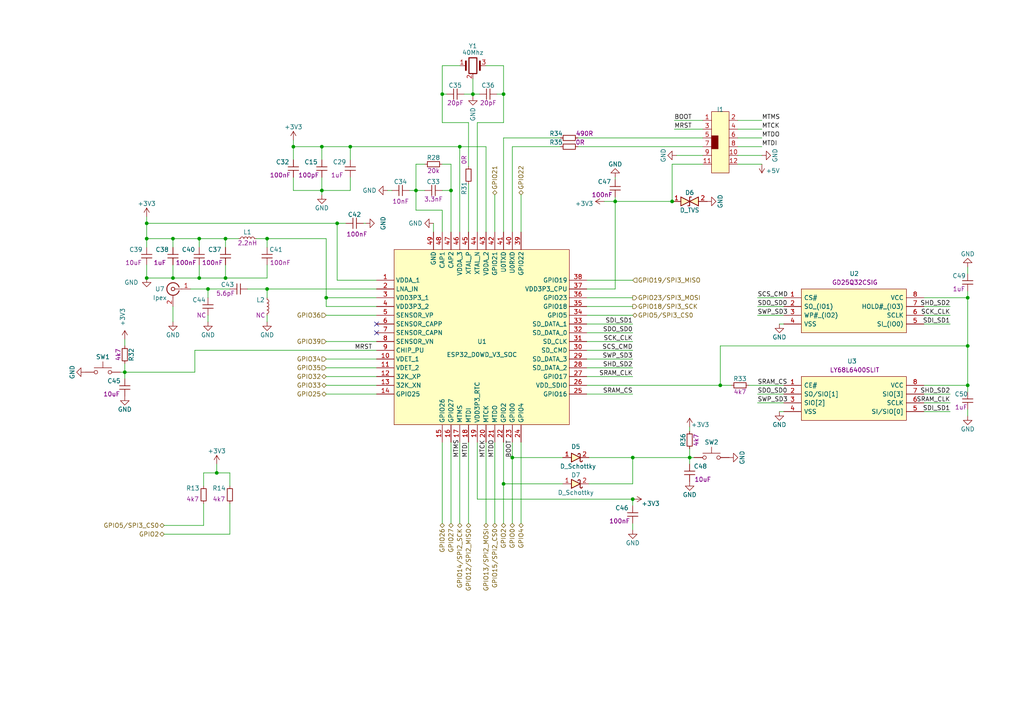
<source format=kicad_sch>
(kicad_sch (version 20230121) (generator eeschema)
  (paper "A4")
  (lib_symbols
    (symbol "DienLIB:C_0603" (pin_numbers hide) (pin_names (offset 0.254) hide)
      (property "Reference" "C" (at 0.254 1.778 0))
      (symbol "C_0603_1_1"
        (polyline (pts (xy -1.524 -0.508) (xy 1.524 -0.508)) (stroke (width 0.2)))
        (polyline (pts (xy -1.524 0.508) (xy 1.524 0.508)) (stroke (width 0.2)))
        (pin passive line (at 0 2.54 270) (length 2.032) (name "~") (number "1"))
        (pin passive line (at 0 -2.54 90) (length 2.032) (name "~") (number "2"))
      )
    )
    (symbol "DienLIB:Conn_IDC_2X6"
      (property "Reference" "I" (at 0 3.81 0))
      (symbol "Conn_IDC_2X6_1_1"
        (rectangle (start -2.54 5.715) (end -0.635 1.905) (fill (type outline)))
        (rectangle (start -2.54 12.7) (end 2.54 -5.08) (fill (type background)))
        (pin input line (at -5.08 10.16 0) (length 2.54) (name "") (number "1"))
        (pin input line (at 5.08 0 180) (length 2.54) (name "") (number "10"))
        (pin input line (at -5.08 -2.54 0) (length 2.54) (name "") (number "11"))
        (pin input line (at 5.08 -2.54 180) (length 2.54) (name "") (number "12"))
        (pin input line (at 5.08 10.16 180) (length 2.54) (name "") (number "2"))
        (pin input line (at -5.08 7.62 0) (length 2.54) (name "") (number "3"))
        (pin input line (at 5.08 7.62 180) (length 2.54) (name "") (number "4"))
        (pin input line (at -5.08 5.08 0) (length 2.54) (name "") (number "5"))
        (pin input line (at 5.08 5.08 180) (length 2.54) (name "") (number "6"))
        (pin input line (at -5.08 2.54 0) (length 2.54) (name "") (number "7"))
        (pin input line (at 5.08 2.54 180) (length 2.54) (name "") (number "8"))
        (pin input line (at -5.08 0 0) (length 2.54) (name "") (number "9"))
      )
    )
    (symbol "DienLIB:Conn_Ipex"
      (property "Reference" "U" (at 0 3.302 0))
      (property "Value" "Ipex" (at 2.54 -3.048 0))
      (symbol "Conn_Ipex_0_1"
        (arc (start -1.778 -0.508) (mid 0.222 -1.808) (end 1.778 0) (stroke (width 0.254)))
        (polyline (pts (xy -2.54 0) (xy -0.508 0)))
        (polyline (pts (xy 0 -2.54) (xy 0 -1.778)))
        (circle (center 0 0) (radius 0.508) (stroke (width 0.2032)))
        (arc (start 1.778 0) (mid 0.222 1.8083) (end -1.778 0.508) (stroke (width 0.254)))
      )
      (symbol "Conn_Ipex_1_1"
        (pin passive line (at -5.08 0 0) (length 2.54) (name "") (number "1"))
        (pin passive line (at 0 -5.08 90) (length 2.54) (name "") (number "2"))
        (pin input line (at 0 -5.08 90) (length 2.54) hide (name "") (number "3"))
      )
    )
    (symbol "DienLIB:Crystal_4pin" (pin_names (offset 1.016) hide)
      (property "Reference" "Y" (at 3.175 5.08 0))
      (property "Value" "Crystal_4pin" (at 3.175 3.175 0))
      (symbol "Crystal_4pin_0_1"
        (rectangle (start -1.143 2.286) (end 1.143 -2.286) (stroke (width 0.3048)))
        (polyline (pts (xy -2.54 0) (xy -2.032 0)))
        (polyline (pts (xy -2.032 -1.27) (xy -2.032 1.27)) (stroke (width 0.508)))
        (polyline (pts (xy 0 -2.54) (xy 0 -2.286)))
        (polyline (pts (xy 2.032 -1.27) (xy 2.032 1.27)) (stroke (width 0.508)))
        (polyline (pts (xy 2.032 0) (xy 2.54 0)))
      )
      (symbol "Crystal_4pin_1_1"
        (pin passive line (at -3.81 0 0) (length 1.27) (name "1") (number "1"))
        (pin passive line (at 0 -3.81 90) (length 1.27) (name "2") (number "2"))
        (pin passive line (at 3.81 0 180) (length 1.27) (name "3") (number "3"))
        (pin passive line (at 0 -3.81 90) (length 1.27) hide (name "4") (number "4"))
      )
    )
    (symbol "DienLIB:ESP32_D0WD_V3_SOC"
      (property "Reference" "U1" (at 13.3859 -26.67 0))
      (property "Value" "ESP32_D0WD_V3_SOC" (at 13.3859 -29.21 0))
      (symbol "ESP32_D0WD_V3_SOC_1_1"
        (rectangle (start -25.4 26.67) (end 25.4 -24.13) (fill (type background)))
        (pin passive line (at -30.48 17.78 0) (length 5.08) (name "VDDA_1") (number "1"))
        (pin passive line (at -30.48 -5.08 0) (length 5.08) (name "VDET_1") (number "10"))
        (pin passive line (at -30.48 -7.62 0) (length 5.08) (name "VDET_2") (number "11"))
        (pin passive line (at -30.48 -10.16 0) (length 5.08) (name "32K_XP") (number "12"))
        (pin passive line (at -30.48 -12.7 0) (length 5.08) (name "32K_XN") (number "13"))
        (pin passive line (at -30.48 -15.24 0) (length 5.08) (name "GPIO25") (number "14"))
        (pin passive line (at -11.43 -29.21 90) (length 5.08) (name "GPIO26") (number "15"))
        (pin passive line (at -8.89 -29.21 90) (length 5.08) (name "GPIO27") (number "16"))
        (pin passive line (at -6.35 -29.21 90) (length 5.08) (name "MTMS") (number "17"))
        (pin passive line (at -3.81 -29.21 90) (length 5.08) (name "MTDI") (number "18"))
        (pin passive line (at -1.27 -29.21 90) (length 5.08) (name "VDD3P3_RTC") (number "19"))
        (pin passive line (at -30.48 15.24 0) (length 5.08) (name "LNA_IN") (number "2"))
        (pin passive line (at 1.27 -29.21 90) (length 5.08) (name "MTCK") (number "20"))
        (pin passive line (at 3.81 -29.21 90) (length 5.08) (name "MTDO") (number "21"))
        (pin passive line (at 6.35 -29.21 90) (length 5.08) (name "GPIO2") (number "22"))
        (pin passive line (at 8.89 -29.21 90) (length 5.08) (name "GPIO0") (number "23"))
        (pin passive line (at 11.43 -29.21 90) (length 5.08) (name "GPIO4") (number "24"))
        (pin passive line (at 30.48 -15.24 180) (length 5.08) (name "GPIO16") (number "25"))
        (pin passive line (at 30.48 -12.7 180) (length 5.08) (name "VDD_SDIO") (number "26"))
        (pin passive line (at 30.48 -10.16 180) (length 5.08) (name "GPIO17") (number "27"))
        (pin passive line (at 30.48 -7.62 180) (length 5.08) (name "SD_DATA_2") (number "28"))
        (pin passive line (at 30.48 -5.08 180) (length 5.08) (name "SD_DATA_3") (number "29"))
        (pin passive line (at -30.48 12.7 0) (length 5.08) (name "VDD3P3_1") (number "3"))
        (pin passive line (at 30.48 -2.54 180) (length 5.08) (name "SD_CMD") (number "30"))
        (pin passive line (at 30.48 0 180) (length 5.08) (name "SD_CLK") (number "31"))
        (pin passive line (at 30.48 2.54 180) (length 5.08) (name "SD_DATA_0") (number "32"))
        (pin passive line (at 30.48 5.08 180) (length 5.08) (name "SD_DATA_1") (number "33"))
        (pin passive line (at 30.48 7.62 180) (length 5.08) (name "GPIO5") (number "34"))
        (pin passive line (at 30.48 10.16 180) (length 5.08) (name "GPIO18") (number "35"))
        (pin passive line (at 30.48 12.7 180) (length 5.08) (name "GPIO23") (number "36"))
        (pin passive line (at 30.48 15.24 180) (length 5.08) (name "VDD3P3_CPU") (number "37"))
        (pin passive line (at 30.48 17.78 180) (length 5.08) (name "GPIO19") (number "38"))
        (pin passive line (at 11.43 31.75 270) (length 5.08) (name "GPIO22") (number "39"))
        (pin passive line (at -30.48 10.16 0) (length 5.08) (name "VDD3P3_2") (number "4"))
        (pin passive line (at 8.89 31.75 270) (length 5.08) (name "U0RXD") (number "40"))
        (pin passive line (at 6.35 31.75 270) (length 5.08) (name "U0TXD") (number "41"))
        (pin passive line (at 3.81 31.75 270) (length 5.08) (name "GPIO21") (number "42"))
        (pin passive line (at 1.27 31.75 270) (length 5.08) (name "VDDA_2") (number "43"))
        (pin passive line (at -1.27 31.75 270) (length 5.08) (name "XTAL_N") (number "44"))
        (pin passive line (at -3.81 31.75 270) (length 5.08) (name "XTAL_P") (number "45"))
        (pin passive line (at -6.35 31.75 270) (length 5.08) (name "VDDA_3") (number "46"))
        (pin passive line (at -8.89 31.75 270) (length 5.08) (name "CAP2") (number "47"))
        (pin passive line (at -11.43 31.75 270) (length 5.08) (name "CAP1") (number "48"))
        (pin passive line (at -13.97 31.75 270) (length 5.08) (name "GND") (number "49"))
        (pin passive line (at -30.48 7.62 0) (length 5.08) (name "SENSOR_VP") (number "5"))
        (pin passive line (at -30.48 5.08 0) (length 5.08) (name "SENSOR_CAPP") (number "6"))
        (pin passive line (at -30.48 2.54 0) (length 5.08) (name "SENSOR_CAPN") (number "7"))
        (pin passive line (at -30.48 0 0) (length 5.08) (name "SENSOR_VN") (number "8"))
        (pin passive line (at -30.48 -2.54 0) (length 5.08) (name "CHIP_PU") (number "9"))
      )
    )
    (symbol "DienLIB:L_0603" (pin_numbers hide) (pin_names (offset 0.254) hide)
      (property "Reference" "L" (at 0.762 1.016 0))
      (symbol "L_0603_0_1"
        (arc (start 0 -2.032) (mid 0.5058 -1.524) (end 0 -1.016))
        (arc (start 0 -1.016) (mid 0.5058 -0.508) (end 0 0))
        (arc (start 0 0) (mid 0.5058 0.508) (end 0 1.016))
        (arc (start 0 1.016) (mid 0.5058 1.524) (end 0 2.032))
      )
      (symbol "L_0603_1_1"
        (pin passive line (at 0 2.54 270) (length 0.508) (name "~") (number "1"))
        (pin passive line (at 0 -2.54 90) (length 0.508) (name "~") (number "2"))
      )
    )
    (symbol "DienLIB:R_0603" (pin_numbers hide) (pin_names (offset 0.254) hide)
      (property "Reference" "R" (at 0.762 0.508 0))
      (symbol "R_0603_0_1"
        (rectangle (start -0.762 1.778) (end 0.762 -1.778) (stroke (width 0.2032)))
      )
      (symbol "R_0603_1_1"
        (pin passive line (at 0 2.54 270) (length 0.762) (name "~") (number "1"))
        (pin passive line (at 0 -2.54 90) (length 0.762) (name "~") (number "2"))
      )
    )
    (symbol "DienLIB:SW_Tactile" (pin_numbers hide) (pin_names (offset 1.016) hide)
      (property "Reference" "SW" (at 1.27 2.54 0))
      (symbol "SW_Tactile_0_1"
        (circle (center -2.032 0) (radius 0.508))
        (polyline (pts (xy 0 1.27) (xy 0 3.048)))
        (polyline (pts (xy 2.54 1.27) (xy -2.54 1.27)))
        (circle (center 2.032 0) (radius 0.508))
        (pin passive line (at -5.08 0 0) (length 2.54) (name "1") (number "1"))
        (pin passive line (at 5.08 0 180) (length 2.54) (name "2") (number "2"))
      )
    )
    (symbol "IVS_SYMBOLS:D_Schottky"
      (property "Reference" "D" (at -2.54 2.54 0))
      (property "Value" "D_Schottky" (at 0 -2.54 0))
      (symbol "D_Schottky_0_1"
        (polyline (pts (xy 0 0) (xy 0 -1)) (stroke (width 0.254)))
        (polyline (pts (xy 0 0) (xy 0 1)) (stroke (width 0.254)))
        (polyline (pts (xy 2.54 1.27) (xy 2.54 -1.27) (xy 0 0) (xy 2.54 1.27)) (stroke (width 0.254)) (fill (type background)))
        (arc (start 0 1.0414) (mid -0.3615 1.2318) (end -0.6 0.9) (stroke (width 0.254)))
        (arc (start 0.0099 -1.0125) (mid 0.3714 -1.2029) (end 0.6099 -0.8711) (stroke (width 0.254)))
      )
      (symbol "D_Schottky_1_1"
        (pin passive line (at 5.08 0 180) (length 2.54) (name "") (number "1"))
        (pin passive line (at -2.54 0 0) (length 2.54) (name "") (number "2"))
      )
    )
    (symbol "IVS_SYMBOLS:D_TVS"
      (property "Reference" "D" (at 0 2.286 0))
      (property "Value" "D_TVS" (at 0 -2.794 0))
      (symbol "D_TVS_0_1"
        (polyline (pts (xy -2.54 1.27) (xy 0 0) (xy -2.54 -1.27) (xy -2.54 1.27)) (stroke (width 0.254)) (fill (type background)))
        (polyline (pts (xy 0.508 1.27) (xy 0 1.27) (xy 0 -1.27) (xy -0.508 -1.27)) (stroke (width 0.254)))
        (polyline (pts (xy 2.54 -1.27) (xy 0 0) (xy 2.54 1.27) (xy 2.54 -1.27)) (stroke (width 0.254)) (fill (type background)))
      )
      (symbol "D_TVS_1_1"
        (pin passive line (at 5.08 0 180) (length 2.54) (name "") (number "1"))
        (pin passive line (at -5.08 0 0) (length 2.54) (name "") (number "2"))
      )
    )
    (symbol "power:+3V3" (power) (pin_names (offset 0))
      (property "Value" "+3V3" (at 0 3.556 0))
      (symbol "+3V3_0_1"
        (polyline (pts (xy -0.762 1.27) (xy 0 2.54)))
        (polyline (pts (xy 0 0) (xy 0 2.54)))
        (polyline (pts (xy 0 2.54) (xy 0.762 1.27)))
      )
      (symbol "+3V3_1_1"
        (pin power_in line (at 0 0 90) (length 0) hide (name "+3V3") (number "1"))
      )
    )
    (symbol "power:+5V" (power) (pin_names (offset 0))
      (property "Value" "+5V" (at 0 3.556 0))
      (symbol "+5V_0_1"
        (polyline (pts (xy -0.762 1.27) (xy 0 2.54)))
        (polyline (pts (xy 0 0) (xy 0 2.54)))
        (polyline (pts (xy 0 2.54) (xy 0.762 1.27)))
      )
      (symbol "+5V_1_1"
        (pin power_in line (at 0 0 90) (length 0) hide (name "+5V") (number "1"))
      )
    )
    (symbol "power:GND" (power) (pin_names (offset 0))
      (property "Value" "GND" (at 0 -3.81 0))
      (symbol "GND_0_1"
        (polyline (pts (xy 0 0) (xy 0 -1.27) (xy 1.27 -1.27) (xy 0 -2.54) (xy -1.27 -1.27) (xy 0 -1.27)))
      )
      (symbol "GND_1_1"
        (pin power_in line (at 0 0 270) (length 0) hide (name "GND") (number "1"))
      )
    )
    (symbol "project:GD25Q32CSIG" (pin_names (offset 0.762))
      (property "Reference" "U" (at -15.24 10.16 0))
      (property "Symbol" "GD25Q32CSIG" (at -15.24 8.255 0))
      (symbol "GD25Q32CSIG_0_0"
        (pin passive line (at -20.32 3.81 0) (length 5.08) (name "CS#") (number "1"))
        (pin passive line (at -20.32 1.27 0) (length 5.08) (name "SO_(IO1)") (number "2"))
        (pin passive line (at -20.32 -1.27 0) (length 5.08) (name "WP#_(IO2)") (number "3"))
        (pin passive line (at -20.32 -3.81 0) (length 5.08) (name "VSS") (number "4"))
        (pin passive line (at 20.32 -3.81 180) (length 5.08) (name "SI_(IO0)") (number "5"))
        (pin passive line (at 20.32 -1.27 180) (length 5.08) (name "SCLK") (number "6"))
        (pin passive line (at 20.32 1.27 180) (length 5.08) (name "HOLD#_(IO3)") (number "7"))
        (pin passive line (at 20.32 3.81 180) (length 5.08) (name "VCC") (number "8"))
      )
      (symbol "GD25Q32CSIG_0_1"
        (rectangle (start -15.24 6.35) (end 15.24 -6.35) (fill (type background)))
      )
    )
    (symbol "project:LY68L6400SLIT" (pin_names (offset 0.762))
      (property "Reference" "U" (at -15.24 9.525 0))
      (property "Symbol" "LY68L6400SLIT" (at -15.24 7.62 0))
      (symbol "LY68L6400SLIT_0_0"
        (pin passive line (at -20.32 3.81 0) (length 5.08) (name "CE#") (number "1"))
        (pin passive line (at -20.32 1.27 0) (length 5.08) (name "SO/SIO[1]") (number "2"))
        (pin passive line (at -20.32 -1.27 0) (length 5.08) (name "SIO[2]") (number "3"))
        (pin passive line (at -20.32 -3.81 0) (length 5.08) (name "VSS") (number "4"))
        (pin passive line (at 20.32 -3.81 180) (length 5.08) (name "SI/SIO[0]") (number "5"))
        (pin passive line (at 20.32 -1.27 180) (length 5.08) (name "SCLK") (number "6"))
        (pin passive line (at 20.32 1.27 180) (length 5.08) (name "SIO[3]") (number "7"))
        (pin passive line (at 20.32 3.81 180) (length 5.08) (name "VCC") (number "8"))
      )
      (symbol "LY68L6400SLIT_0_1"
        (polyline (pts (xy -15.24 6.35) (xy 15.24 6.35) (xy 15.24 -6.35) (xy -15.24 -6.35) (xy -15.24 6.35)) (stroke (width 0.1524)) (fill (type background)))
      )
    )
  )
  (junction (at 77.47 69.215))
  (junction (at 65.405 69.215))
  (junction (at 93.345 55.245))
  (junction (at 36.195 107.95))
  (junction (at 42.545 64.77))
  (junction (at 137.16 27.305))
  (junction (at 280.67 100.33))
  (junction (at 85.09 42.545))
  (junction (at 120.65 55.245))
  (junction (at 133.35 42.545))
  (junction (at 60.325 83.82))
  (junction (at 62.865 137.16))
  (junction (at 280.67 111.76))
  (junction (at 93.345 42.545))
  (junction (at 146.05 27.305))
  (junction (at 130.81 55.245))
  (junction (at 101.6 42.545))
  (junction (at 42.545 69.215))
  (junction (at 65.405 80.645))
  (junction (at 77.47 83.82))
  (junction (at 280.67 86.36))
  (junction (at 97.79 64.77))
  (junction (at 128.27 27.305))
  (junction (at 183.515 132.715))
  (junction (at 146.05 140.335))
  (junction (at 50.165 69.215))
  (junction (at 194.945 58.42))
  (junction (at 42.545 80.645))
  (junction (at 148.59 132.715))
  (junction (at 183.515 144.78))
  (junction (at 94.615 86.36))
  (junction (at 57.785 80.645))
  (junction (at 178.435 58.42))
  (junction (at 50.165 80.645))
  (junction (at 208.915 111.76))
  (junction (at 57.785 69.215))
  (junction (at 200.025 132.715))
  (no_connect (at 109.22 96.52))
  (no_connect (at 109.22 93.98))
  (wire (pts (xy 170.815 140.335) (xy 183.515 140.335)))
  (wire (pts (xy 71.755 83.82) (xy 77.47 83.82)))
  (wire (pts (xy 60.325 93.345) (xy 60.325 91.44)))
  (wire (pts (xy 170.18 93.98) (xy 183.515 93.98)))
  (wire (pts (xy 128.27 60.96) (xy 128.27 67.31)))
  (wire (pts (xy 50.165 76.835) (xy 50.165 80.645)))
  (wire (pts (xy 170.18 111.76) (xy 208.915 111.76)))
  (wire (pts (xy 148.59 132.715) (xy 148.59 151.765)))
  (wire (pts (xy 36.195 107.95) (xy 36.195 109.855)))
  (wire (pts (xy 219.71 114.3) (xy 227.33 114.3)))
  (wire (pts (xy 146.05 19.05) (xy 146.05 27.305)))
  (wire (pts (xy 138.43 144.78) (xy 183.515 144.78)))
  (wire (pts (xy 57.785 76.835) (xy 57.785 80.645)))
  (wire (pts (xy 140.97 128.27) (xy 140.97 151.765)))
  (wire (pts (xy 112.395 55.245) (xy 113.665 55.245)))
  (wire (pts (xy 66.675 137.16) (xy 66.675 140.97)))
  (wire (pts (xy 280.67 100.33) (xy 280.67 111.76)))
  (wire (pts (xy 42.545 80.645) (xy 50.165 80.645)))
  (wire (pts (xy 138.43 35.56) (xy 138.43 67.31)))
  (wire (pts (xy 77.47 80.645) (xy 65.405 80.645)))
  (wire (pts (xy 109.22 88.9) (xy 94.615 88.9)))
  (wire (pts (xy 146.05 27.305) (xy 146.05 35.56)))
  (wire (pts (xy 217.17 111.76) (xy 227.33 111.76)))
  (wire (pts (xy 65.405 76.835) (xy 65.405 80.645)))
  (wire (pts (xy 170.18 109.22) (xy 183.515 109.22)))
  (wire (pts (xy 151.13 128.27) (xy 151.13 151.765)))
  (wire (pts (xy 93.345 55.245) (xy 101.6 55.245)))
  (wire (pts (xy 167.64 42.545) (xy 203.835 42.545)))
  (wire (pts (xy 34.925 107.95) (xy 36.195 107.95)))
  (wire (pts (xy 280.67 77.47) (xy 280.67 79.375)))
  (wire (pts (xy 170.18 83.82) (xy 178.435 83.82)))
  (wire (pts (xy 109.22 81.28) (xy 97.79 81.28)))
  (wire (pts (xy 280.67 84.455) (xy 280.67 86.36)))
  (wire (pts (xy 93.345 51.435) (xy 93.345 55.245)))
  (wire (pts (xy 170.18 91.44) (xy 183.515 91.44)))
  (wire (pts (xy 120.65 47.625) (xy 120.65 55.245)))
  (wire (pts (xy 226.06 119.38) (xy 227.33 119.38)))
  (wire (pts (xy 94.615 104.14) (xy 109.22 104.14)))
  (wire (pts (xy 137.16 27.94) (xy 137.16 27.305)))
  (wire (pts (xy 175.26 58.42) (xy 178.435 58.42)))
  (wire (pts (xy 77.47 69.215) (xy 94.615 69.215)))
  (wire (pts (xy 128.27 47.625) (xy 130.81 47.625)))
  (wire (pts (xy 170.18 86.36) (xy 183.515 86.36)))
  (wire (pts (xy 267.97 116.84) (xy 275.59 116.84)))
  (wire (pts (xy 140.97 19.05) (xy 146.05 19.05)))
  (wire (pts (xy 94.615 86.36) (xy 109.22 86.36)))
  (wire (pts (xy 109.22 101.6) (xy 56.515 101.6)))
  (wire (pts (xy 140.97 67.31) (xy 140.97 42.545)))
  (wire (pts (xy 50.165 71.755) (xy 50.165 69.215)))
  (wire (pts (xy 146.05 40.005) (xy 146.05 67.31)))
  (wire (pts (xy 194.945 47.625) (xy 203.835 47.625)))
  (wire (pts (xy 106.045 64.77) (xy 105.41 64.77)))
  (wire (pts (xy 135.89 35.56) (xy 135.89 48.26)))
  (wire (pts (xy 65.405 69.215) (xy 69.215 69.215)))
  (wire (pts (xy 59.055 152.4) (xy 59.055 146.05)))
  (wire (pts (xy 140.97 42.545) (xy 133.35 42.545)))
  (wire (pts (xy 135.89 53.34) (xy 135.89 67.31)))
  (wire (pts (xy 213.995 37.465) (xy 220.98 37.465)))
  (wire (pts (xy 120.65 47.625) (xy 123.19 47.625)))
  (wire (pts (xy 60.325 86.36) (xy 60.325 83.82)))
  (wire (pts (xy 36.195 98.425) (xy 36.195 100.33)))
  (wire (pts (xy 128.27 35.56) (xy 135.89 35.56)))
  (wire (pts (xy 213.995 42.545) (xy 220.98 42.545)))
  (wire (pts (xy 148.59 132.715) (xy 163.195 132.715)))
  (wire (pts (xy 170.815 132.715) (xy 183.515 132.715)))
  (wire (pts (xy 65.405 80.645) (xy 57.785 80.645)))
  (wire (pts (xy 59.055 137.16) (xy 62.865 137.16)))
  (wire (pts (xy 50.165 93.345) (xy 50.165 88.9)))
  (wire (pts (xy 267.97 114.3) (xy 275.59 114.3)))
  (wire (pts (xy 146.05 35.56) (xy 138.43 35.56)))
  (wire (pts (xy 42.545 69.215) (xy 50.165 69.215)))
  (wire (pts (xy 42.545 62.865) (xy 42.545 64.77)))
  (wire (pts (xy 133.35 128.27) (xy 133.35 151.765)))
  (wire (pts (xy 137.16 27.305) (xy 134.62 27.305)))
  (wire (pts (xy 130.81 55.245) (xy 130.81 67.31)))
  (wire (pts (xy 183.515 146.685) (xy 183.515 144.78)))
  (wire (pts (xy 200.025 132.715) (xy 200.025 134.62)))
  (wire (pts (xy 42.545 69.215) (xy 42.545 71.755)))
  (wire (pts (xy 213.995 47.625) (xy 220.98 47.625)))
  (wire (pts (xy 47.625 152.4) (xy 59.055 152.4)))
  (wire (pts (xy 77.47 86.36) (xy 77.47 83.82)))
  (wire (pts (xy 50.165 69.215) (xy 57.785 69.215)))
  (wire (pts (xy 57.785 69.215) (xy 65.405 69.215)))
  (wire (pts (xy 62.865 134.62) (xy 62.865 137.16)))
  (wire (pts (xy 77.47 69.215) (xy 77.47 71.755)))
  (wire (pts (xy 94.615 111.76) (xy 109.22 111.76)))
  (wire (pts (xy 267.97 88.9) (xy 275.59 88.9)))
  (wire (pts (xy 170.18 106.68) (xy 183.515 106.68)))
  (wire (pts (xy 146.05 140.335) (xy 146.05 151.765)))
  (wire (pts (xy 200.025 130.175) (xy 200.025 132.715)))
  (wire (pts (xy 42.545 64.77) (xy 97.79 64.77)))
  (wire (pts (xy 94.615 91.44) (xy 109.22 91.44)))
  (wire (pts (xy 57.785 69.215) (xy 57.785 71.755)))
  (wire (pts (xy 280.67 113.665) (xy 280.67 111.76)))
  (wire (pts (xy 118.745 55.245) (xy 120.65 55.245)))
  (wire (pts (xy 208.915 111.76) (xy 212.09 111.76)))
  (wire (pts (xy 194.945 58.42) (xy 178.435 58.42)))
  (wire (pts (xy 130.81 128.27) (xy 130.81 151.765)))
  (wire (pts (xy 280.67 111.76) (xy 267.97 111.76)))
  (wire (pts (xy 170.18 101.6) (xy 183.515 101.6)))
  (wire (pts (xy 56.515 107.95) (xy 36.195 107.95)))
  (wire (pts (xy 195.58 34.925) (xy 203.835 34.925)))
  (wire (pts (xy 94.615 69.215) (xy 94.615 86.36)))
  (wire (pts (xy 178.435 57.15) (xy 178.435 58.42)))
  (wire (pts (xy 148.59 132.715) (xy 148.59 128.27)))
  (wire (pts (xy 280.67 120.65) (xy 280.67 118.745)))
  (wire (pts (xy 267.97 86.36) (xy 280.67 86.36)))
  (wire (pts (xy 170.18 81.28) (xy 183.515 81.28)))
  (wire (pts (xy 208.915 111.76) (xy 208.915 100.33)))
  (wire (pts (xy 94.615 99.06) (xy 109.22 99.06)))
  (wire (pts (xy 196.215 45.085) (xy 203.835 45.085)))
  (wire (pts (xy 101.6 42.545) (xy 93.345 42.545)))
  (wire (pts (xy 133.35 42.545) (xy 133.35 67.31)))
  (wire (pts (xy 93.345 56.515) (xy 93.345 55.245)))
  (wire (pts (xy 128.27 19.05) (xy 133.35 19.05)))
  (wire (pts (xy 97.79 64.77) (xy 97.79 81.28)))
  (wire (pts (xy 208.915 100.33) (xy 280.67 100.33)))
  (wire (pts (xy 133.35 42.545) (xy 101.6 42.545)))
  (wire (pts (xy 170.18 96.52) (xy 183.515 96.52)))
  (wire (pts (xy 138.43 128.27) (xy 138.43 144.78)))
  (wire (pts (xy 77.47 93.345) (xy 77.47 91.44)))
  (wire (pts (xy 167.64 40.005) (xy 203.835 40.005)))
  (wire (pts (xy 144.145 27.305) (xy 146.05 27.305)))
  (wire (pts (xy 280.67 86.36) (xy 280.67 100.33)))
  (wire (pts (xy 143.51 128.27) (xy 143.51 151.765)))
  (wire (pts (xy 183.515 140.335) (xy 183.515 132.715)))
  (wire (pts (xy 219.71 91.44) (xy 227.33 91.44)))
  (wire (pts (xy 93.345 42.545) (xy 85.09 42.545)))
  (wire (pts (xy 267.97 93.98) (xy 275.59 93.98)))
  (wire (pts (xy 129.54 27.305) (xy 128.27 27.305)))
  (wire (pts (xy 93.345 42.545) (xy 93.345 46.355)))
  (wire (pts (xy 57.785 80.645) (xy 50.165 80.645)))
  (wire (pts (xy 42.545 64.77) (xy 42.545 69.215)))
  (wire (pts (xy 36.195 105.41) (xy 36.195 107.95)))
  (wire (pts (xy 151.13 56.515) (xy 151.13 67.31)))
  (wire (pts (xy 195.58 37.465) (xy 203.835 37.465)))
  (wire (pts (xy 55.245 83.82) (xy 60.325 83.82)))
  (wire (pts (xy 97.79 64.77) (xy 100.33 64.77)))
  (wire (pts (xy 128.27 27.305) (xy 128.27 19.05)))
  (wire (pts (xy 74.295 69.215) (xy 77.47 69.215)))
  (wire (pts (xy 120.65 60.96) (xy 128.27 60.96)))
  (wire (pts (xy 77.47 83.82) (xy 109.22 83.82)))
  (wire (pts (xy 194.945 47.625) (xy 194.945 58.42)))
  (wire (pts (xy 60.325 83.82) (xy 66.675 83.82)))
  (wire (pts (xy 59.055 140.97) (xy 59.055 137.16)))
  (wire (pts (xy 94.615 114.3) (xy 109.22 114.3)))
  (wire (pts (xy 128.27 128.27) (xy 128.27 151.765)))
  (wire (pts (xy 42.545 76.835) (xy 42.545 80.645)))
  (wire (pts (xy 178.435 52.07) (xy 178.435 51.435)))
  (wire (pts (xy 120.65 55.245) (xy 120.65 60.96)))
  (wire (pts (xy 162.56 40.005) (xy 146.05 40.005)))
  (wire (pts (xy 47.625 154.94) (xy 66.675 154.94)))
  (wire (pts (xy 183.515 132.715) (xy 200.025 132.715)))
  (wire (pts (xy 267.97 119.38) (xy 275.59 119.38)))
  (wire (pts (xy 170.18 104.14) (xy 183.515 104.14)))
  (wire (pts (xy 213.995 45.085) (xy 220.98 45.085)))
  (wire (pts (xy 128.27 55.245) (xy 130.81 55.245)))
  (wire (pts (xy 125.73 64.77) (xy 125.73 67.31)))
  (wire (pts (xy 56.515 101.6) (xy 56.515 107.95)))
  (wire (pts (xy 120.65 55.245) (xy 123.19 55.245)))
  (wire (pts (xy 170.18 99.06) (xy 183.515 99.06)))
  (wire (pts (xy 146.05 140.335) (xy 163.195 140.335)))
  (wire (pts (xy 148.59 67.31) (xy 148.59 42.545)))
  (wire (pts (xy 213.995 34.925) (xy 220.98 34.925)))
  (wire (pts (xy 77.47 76.835) (xy 77.47 80.645)))
  (wire (pts (xy 93.345 55.245) (xy 85.09 55.245)))
  (wire (pts (xy 226.06 93.98) (xy 227.33 93.98)))
  (wire (pts (xy 148.59 42.545) (xy 162.56 42.545)))
  (wire (pts (xy 85.09 42.545) (xy 85.09 46.355)))
  (wire (pts (xy 170.18 88.9) (xy 183.515 88.9)))
  (wire (pts (xy 146.05 128.27) (xy 146.05 140.335)))
  (wire (pts (xy 66.675 154.94) (xy 66.675 146.05)))
  (wire (pts (xy 178.435 83.82) (xy 178.435 58.42)))
  (wire (pts (xy 65.405 69.215) (xy 65.405 71.755)))
  (wire (pts (xy 219.71 86.36) (xy 227.33 86.36)))
  (wire (pts (xy 94.615 106.68) (xy 109.22 106.68)))
  (wire (pts (xy 135.89 128.27) (xy 135.89 151.765)))
  (wire (pts (xy 85.09 55.245) (xy 85.09 51.435)))
  (wire (pts (xy 183.515 153.67) (xy 183.515 151.765)))
  (wire (pts (xy 137.16 22.86) (xy 137.16 27.305)))
  (wire (pts (xy 94.615 109.22) (xy 109.22 109.22)))
  (wire (pts (xy 170.18 114.3) (xy 183.515 114.3)))
  (wire (pts (xy 201.295 132.715) (xy 200.025 132.715)))
  (wire (pts (xy 130.81 47.625) (xy 130.81 55.245)))
  (wire (pts (xy 101.6 55.245) (xy 101.6 51.435)))
  (wire (pts (xy 267.97 91.44) (xy 275.59 91.44)))
  (wire (pts (xy 137.16 27.305) (xy 139.065 27.305)))
  (wire (pts (xy 62.865 137.16) (xy 66.675 137.16)))
  (wire (pts (xy 128.27 27.305) (xy 128.27 35.56)))
  (wire (pts (xy 143.51 56.515) (xy 143.51 67.31)))
  (wire (pts (xy 94.615 88.9) (xy 94.615 86.36)))
  (wire (pts (xy 200.025 123.825) (xy 200.025 125.095)))
  (wire (pts (xy 213.995 40.005) (xy 220.98 40.005)))
  (wire (pts (xy 219.71 116.84) (xy 227.33 116.84)))
  (wire (pts (xy 219.71 88.9) (xy 227.33 88.9)))
  (wire (pts (xy 101.6 42.545) (xy 101.6 46.355)))
  (wire (pts (xy 85.09 42.545) (xy 85.09 40.64)))
  (label "SRAM_CS" (at 183.515 114.3 180))
  (label "MTDI" (at 220.98 42.545 0))
  (label "SWP_SD3" (at 219.71 91.44 0))
  (label "SCS_CMD" (at 183.515 101.6 180))
  (label "MTMS" (at 133.35 132.715 90))
  (label "BOOT" (at 148.59 132.715 90))
  (label "SDO_SD0" (at 183.515 96.52 180))
  (label "SDO_SD0" (at 219.71 88.9 0))
  (label "MRST" (at 195.58 37.465 0))
  (label "SDI_SD1" (at 275.59 119.38 180))
  (label "MTDO" (at 143.51 132.715 90))
  (label "MTDI" (at 135.89 132.715 90))
  (label "SHD_SD2" (at 183.515 106.68 180))
  (label "SHD_SD2" (at 275.59 88.9 180))
  (label "MTDO" (at 220.98 40.005 0))
  (label "MTCK" (at 140.97 132.715 90))
  (label "MTMS" (at 220.98 34.925 0))
  (label "SRAM_CS" (at 219.71 111.76 0))
  (label "SRAM_CLK" (at 275.59 116.84 180))
  (label "MRST" (at 102.87 101.6 0))
  (label "SHD_SD2" (at 275.59 114.3 180))
  (label "SCK_CLK" (at 275.59 91.44 180))
  (label "SWP_SD3" (at 219.71 116.84 0))
  (label "SCK_CLK" (at 183.515 99.06 180))
  (label "SRAM_CLK" (at 183.515 109.22 180))
  (label "SDO_SD0" (at 219.71 114.3 0))
  (label "MTCK" (at 220.98 37.465 0))
  (label "SCS_CMD" (at 219.71 86.36 0))
  (label "SWP_SD3" (at 183.515 104.14 180))
  (label "BOOT" (at 195.58 34.925 0))
  (label "SDI_SD1" (at 183.515 93.98 180))
  (label "SDI_SD1" (at 275.59 93.98 180))
  (hierarchical_label "GPIO2" (shape bidirectional) (at 47.625 154.94 180))
  (hierarchical_label "GPIO36" (shape input) (at 94.615 91.44 180))
  (hierarchical_label "GPIO2" (shape bidirectional) (at 146.05 151.765 270))
  (hierarchical_label "GPIO0" (shape bidirectional) (at 148.59 151.765 270))
  (hierarchical_label "GPIO27" (shape bidirectional) (at 130.81 151.765 270))
  (hierarchical_label "GPIO13{slash}SPI2_MOSI" (shape bidirectional) (at 140.97 151.765 270))
  (hierarchical_label "GPIO33" (shape bidirectional) (at 94.615 111.76 180))
  (hierarchical_label "GPIO18{slash}SPI3_SCK" (shape output) (at 183.515 88.9 0))
  (hierarchical_label "GPIO12{slash}SPI2_MISO" (shape bidirectional) (at 135.89 151.765 270))
  (hierarchical_label "GPIO32" (shape bidirectional) (at 94.615 109.22 180))
  (hierarchical_label "GPIO34" (shape input) (at 94.615 104.14 180))
  (hierarchical_label "GPIO22" (shape bidirectional) (at 151.13 56.515 90))
  (hierarchical_label "GPIO15{slash}SPI2_CS0" (shape bidirectional) (at 143.51 151.765 270))
  (hierarchical_label "GPIO21" (shape bidirectional) (at 143.51 56.515 90))
  (hierarchical_label "GPIO26" (shape bidirectional) (at 128.27 151.765 270))
  (hierarchical_label "GPIO35" (shape input) (at 94.615 106.68 180))
  (hierarchical_label "GPIO19{slash}SPI3_MISO" (shape input) (at 183.515 81.28 0))
  (hierarchical_label "GPIO14{slash}SPI2_SCK" (shape bidirectional) (at 133.35 151.765 270))
  (hierarchical_label "GPIO5{slash}SPI3_CS0" (shape bidirectional) (at 183.515 91.44 0))
  (hierarchical_label "GPIO39" (shape input) (at 94.615 99.06 180))
  (hierarchical_label "GPIO23{slash}SPI3_MOSI" (shape output) (at 183.515 86.36 0))
  (hierarchical_label "GPIO5{slash}SPI3_CS0" (shape bidirectional) (at 47.625 152.4 180))
  (hierarchical_label "GPIO4" (shape bidirectional) (at 151.13 151.765 270))
  (hierarchical_label "GPIO25" (shape bidirectional) (at 94.615 114.3 180))
  (symbol (lib_id "power:+5V") (at 220.98 47.625 180) (unit 1)
    (property "Reference" "#PWR037" (effects hide))
    (property "Value" "+5V" (at 224.155 49.53 0))
    (instances (project "gateway" (path "" (reference "#PWR037") (unit 1)) (path "" (reference "#PWR0101") (unit 1))))
  )
  (symbol (lib_id "DienLIB:C_0603") (at 50.165 74.295 0) (unit 1)
    (property "Reference" "C38" (at 45.085 72.39 0) (effects (justify left)))
    (property "Value" "1uF_50V" (effects hide))
    (property "Footprint" "DienLIB:C_0603" (effects hide))
    (property "symbol" "1uF" (at 46.355 76.2 0))
  )
  (symbol (lib_id "power:+3V3") (at 175.26 58.42 90) (unit 1)
    (property "Reference" "#PWR055" (effects hide))
    (property "Value" "+3V3" (at 172.085 59.055 90) (effects (justify left)))
    (instances (project "gateway" (path "" (reference "#PWR055") (unit 1)) (path "" (reference "#PWR077") (unit 1))))
  )
  (symbol (lib_id "power:+3V3") (at 200.025 123.825 0) (mirror y) (unit 1)
    (property "Reference" "#PWR055" (effects hide))
    (property "Value" "+3V3" (at 205.74 123.19 0) (effects (justify left)))
    (instances (project "gateway" (path "" (reference "#PWR055") (unit 1)) (path "" (reference "#PWR081") (unit 1))))
  )
  (symbol (lib_id "DienLIB:R_0603") (at 165.1 42.545 90) (unit 1)
    (property "Reference" "R35" (at 161.29 41.275 90))
    (property "Value" "0R_1%_0.1W" (effects hide))
    (property "Footprint" "DienLIB:R_0603" (effects hide))
    (property "symbol" "0R" (at 168.275 41.275 90))
  )
  (symbol (lib_id "DienLIB:R_0603") (at 200.025 127.635 0) (mirror y) (unit 1)
    (property "Reference" "R36" (at 198.12 127.635 90))
    (property "Value" "4k7_1%_0.1W" (effects hide))
    (property "Footprint" "DienLIB:R_0603" (effects hide))
    (property "symbol" "4k7" (at 201.93 127.635 90))
  )
  (symbol (lib_id "DienLIB:R_0603") (at 165.1 40.005 90) (unit 1)
    (property "Reference" "R34" (at 161.29 38.735 90))
    (property "Value" "490R_1%_0.1W" (effects hide))
    (property "Footprint" "DienLIB:R_0603" (effects hide))
    (property "symbol" "490R" (at 169.545 38.735 90))
  )
  (symbol (lib_id "power:+3V3") (at 36.195 98.425 0) (unit 1)
    (property "Reference" "#PWR055" (effects hide))
    (property "Value" "+3V3" (at 35.56 94.615 90) (effects (justify left)))
    (instances (project "gateway" (path "" (reference "#PWR055") (unit 1)) (path "" (reference "#PWR071") (unit 1))))
  )
  (symbol (lib_id "power:GND") (at 42.545 80.645 0) (unit 1)
    (property "Reference" "#PWR065" (effects hide))
    (property "Value" "GND" (at 38.1 81.915 0))
  )
  (symbol (lib_id "DienLIB:C_0603") (at 77.47 74.295 0) (unit 1)
    (property "Reference" "C41" (at 78.105 72.39 0) (effects (justify left)))
    (property "Value" "100nF_50V" (effects hide))
    (property "Footprint" "DienLIB:C_0603" (effects hide))
    (property "symbol" "100nF" (at 81.28 76.2 0))
  )
  (symbol (lib_id "power:GND") (at 106.045 64.77 90) (unit 1)
    (property "Reference" "#PWR067" (effects hide))
    (property "Value" "GND" (at 111.125 64.77 0))
  )
  (symbol (lib_id "power:+3V3") (at 183.515 144.78 270) (unit 1)
    (property "Reference" "#PWR055" (effects hide))
    (property "Value" "+3V3" (at 186.055 146.05 90) (effects (justify left)))
    (instances (project "gateway" (path "" (reference "#PWR055") (unit 1)) (path "" (reference "#PWR074") (unit 1))))
  )
  (symbol (lib_id "DienLIB:R_0603") (at 125.73 47.625 90) (unit 1)
    (property "Reference" "R28" (at 125.73 45.72 90))
    (property "Value" "20k_1%_0.1W" (effects hide))
    (property "Footprint" "DienLIB:R_0603" (effects hide))
    (property "symbol" "20k" (at 125.73 49.53 90))
  )
  (symbol (lib_id "power:GND") (at 280.67 120.65 0) (mirror y) (unit 1)
    (property "Reference" "#PWR083" (effects hide))
    (property "Value" "GND" (at 280.67 124.46 0))
  )
  (symbol (lib_id "DienLIB:C_0603") (at 125.73 55.245 90) (unit 1)
    (property "Reference" "C33" (at 127.635 52.705 90) (effects (justify left)))
    (property "Value" "3.3nF_50V" (effects hide))
    (property "Footprint" "DienLIB:C_0603" (effects hide))
    (property "symbol" "3.3nF" (at 125.73 57.785 90))
  )
  (symbol (lib_id "DienLIB:Crystal_4pin") (at 137.16 19.05 0) (unit 1)
    (property "Reference" "Y1" (at 137.16 13.335 0))
    (property "Value" "40Mhz" (at 137.16 15.24 0))
    (property "Footprint" "DienLIB:Crystal_SMD_3225-4Pin_3.2x2.5mm" (effects hide))
  )
  (symbol (lib_id "DienLIB:R_0603") (at 214.63 111.76 270) (mirror x) (unit 1)
    (property "Reference" "R33" (at 214.63 109.855 90))
    (property "Value" "4k7_1%_0.1W" (effects hide))
    (property "Footprint" "DienLIB:R_0603" (effects hide))
    (property "symbol" "4k7" (at 214.63 113.665 90))
  )
  (symbol (lib_id "power:GND") (at 226.06 119.38 0) (mirror y) (unit 1)
    (property "Reference" "#PWR085" (effects hide))
    (property "Value" "GND" (at 226.06 123.19 0))
  )
  (symbol (lib_id "DienLIB:C_0603") (at 102.87 64.77 90) (unit 1)
    (property "Reference" "C42" (at 104.775 62.23 90) (effects (justify left)))
    (property "Value" "100nF_50V" (effects hide))
    (property "Footprint" "DienLIB:C_0603" (effects hide))
    (property "symbol" "100nF" (at 103.505 67.945 90))
  )
  (symbol (lib_id "DienLIB:C_0603") (at 69.215 83.82 90) (unit 1)
    (property "Reference" "C43" (at 67.945 82.55 90) (effects (justify left)))
    (property "Value" "5.6pF_50V" (effects hide))
    (property "Footprint" "DienLIB:C_0603" (effects hide))
    (property "symbol" "5.6pF" (at 65.405 85.09 90))
  )
  (symbol (lib_id "DienLIB:C_0603") (at 280.67 81.915 0) (unit 1)
    (property "Reference" "C49" (at 276.225 80.01 0) (effects (justify left)))
    (property "Value" "1uF_50V" (effects hide))
    (property "Footprint" "DienLIB:C_0603" (effects hide))
    (property "symbol" "1uF" (at 278.13 83.82 0))
  )
  (symbol (lib_id "DienLIB:C_0603") (at 93.345 48.895 0) (unit 1)
    (property "Reference" "C15" (at 88.265 46.99 0) (effects (justify left)))
    (property "Value" "100pF_50V" (effects hide))
    (property "Footprint" "DienLIB:C_0603" (effects hide))
    (property "symbol" "100pF" (at 89.535 50.8 0))
  )
  (symbol (lib_id "power:GND") (at 93.345 56.515 0) (unit 1)
    (property "Reference" "#PWR061" (effects hide))
    (property "Value" "GND" (at 93.345 60.325 0))
  )
  (symbol (lib_id "DienLIB:C_0603") (at 36.195 112.395 0) (unit 1)
    (property "Reference" "C45" (at 31.115 110.49 0) (effects (justify left)))
    (property "Value" "10uF_50V" (effects hide))
    (property "Footprint" "DienLIB:C_0603" (effects hide))
    (property "symbol" "10uF" (at 32.385 114.3 0))
  )
  (symbol (lib_id "IVS_SYMBOLS:D_Schottky") (at 168.275 140.335 180) (unit 1)
    (property "Reference" "D7" (at 167.005 137.795 0))
    (property "Value" "D_Schottky" (at 167.005 142.875 0))
    (property "Footprint" "DienLIB:D_SMA" (effects hide))
  )
  (symbol (lib_id "power:GND") (at 36.195 114.935 0) (unit 1)
    (property "Reference" "#PWR073" (effects hide))
    (property "Value" "GND" (at 36.195 118.745 0))
  )
  (symbol (lib_id "power:+3V3") (at 62.865 134.62 0) (unit 1)
    (property "Reference" "#PWR055" (effects hide))
    (property "Value" "+3V3" (at 62.865 130.81 0))
    (instances (project "gateway" (path "" (reference "#PWR055") (unit 1)) (path "" (reference "#PWR021") (unit 1))))
  )
  (symbol (lib_id "project:GD25Q32CSIG") (at 247.65 90.17 0) (unit 1)
    (property "Reference" "U2" (at 246.38 79.375 0) (effects (justify left)))
    (property "Value" "GD25Q32CSIG" (effects hide))
    (property "Footprint" "DienLIB:SOP-8_5.28x5.23mm_P1.27mm" (effects hide))
    (property "Datasheet" "https://componentsearchengine.com/Datasheets/1/GD25Q32CSIG.pdf" (effects hide))
    (property "Description" "IC SPI-QUAD I/O NOR FLASH-SOP-8 - GigaDevice Semicon Beijing (M: GD25Q32CSIGR) " (effects hide))
    (property "Mfg Part" "GD25Q32CSIG" (effects hide))
    (property "Note" "https://www.mouser.co.uk/ProductDetail/GigaDevice/GD25Q32CSIG?qs=RcG8xmE7yp27Ior9mvJwiw%3D%3D" (effects hide))
    (property "Manufacturer" "GigaDevice" (effects hide))
    (property "Package" "SOP-8" (effects hide))
    (property "Symbol" "GD25Q32CSIG" (at 241.3 81.915 0) (effects (justify left)))
    (property "Codebook" "4ABE1B90" (effects hide))
    (instances (project "gateway" (path "" (reference "U2") (unit 1))) (project "main" (path "" (reference "U1") (unit 1))))
  )
  (symbol (lib_id "DienLIB:SW_Tactile") (at 206.375 132.715 0) (mirror y) (unit 1)
    (property "Reference" "SW2" (at 206.375 128.27 0))
    (property "Value" "SW_Tactile" (effects hide))
    (property "Footprint" "DienLIB:SW_SPST_PTS810" (effects hide))
    (property "Datasheet" "https://omronfs.omron.com/en_US/ecb/products/pdf/en-b3fs.pdf" (effects hide))
  )
  (symbol (lib_id "power:GND") (at 24.765 107.95 270) (unit 1)
    (property "Reference" "#PWR072" (effects hide))
    (property "Value" "GND" (at 20.955 107.95 0))
  )
  (symbol (lib_id "DienLIB:C_0603") (at 141.605 27.305 90) (unit 1)
    (property "Reference" "C36" (at 143.51 24.765 90) (effects (justify left)))
    (property "Value" "20pF_50V" (effects hide))
    (property "Footprint" "DienLIB:C_0603" (effects hide))
    (property "symbol" "20pF" (at 141.605 29.845 90))
  )
  (symbol (lib_id "project:LY68L6400SLIT") (at 247.65 115.57 0) (unit 1)
    (property "Reference" "U3" (at 245.745 104.775 0) (effects (justify left)))
    (property "Value" "LY68L6400SLIT" (effects hide))
    (property "Footprint" "DienLIB:SOP-8_3.9x4.9mm_P1.27mm" (effects hide))
    (property "Datasheet" "https://datasheet.lcsc.com/szlcsc/Lyontek-Inc-LY68L6400SLIT_C261881.pdf" (effects hide))
    (property "Description" "IC SPI/QPI 64Mb SRAM -SOP-8 - Lyontek Inc (M: LY68L6400SLIT)" (effects hide))
    (property "Mfg Part" "LY68L6400SLIT" (effects hide))
    (property "Manufacturer" "Lyontek Inc" (effects hide))
    (property "Note" "https://lcsc.com/product-detail/SRAM_Lyontek-Inc-LY68L6400SLIT_C261881.html" (effects hide))
    (property "Package" "SOP-8 150mil" (effects hide))
    (property "Symbol" "LY68L6400SLIT" (at 240.665 107.315 0) (effects (justify left)))
    (property "Codebook" "612FB8F9" (effects hide))
  )
  (symbol (lib_id "power:GND") (at 125.73 64.77 270) (unit 1)
    (property "Reference" "#PWR063" (effects hide))
    (property "Value" "GND" (at 122.555 64.77 90) (effects (justify right)))
  )
  (symbol (lib_id "power:GND") (at 77.47 93.345 0) (unit 1)
    (property "Reference" "#PWR070" (effects hide))
    (property "Value" "GND" (at 77.47 97.155 0))
  )
  (symbol (lib_id "IVS_SYMBOLS:D_Schottky") (at 168.275 132.715 180) (unit 1)
    (property "Reference" "D5" (at 167.005 129.54 0))
    (property "Value" "D_Schottky" (at 167.64 135.255 0))
    (property "Footprint" "DienLIB:D_SMA" (effects hide))
  )
  (symbol (lib_id "IVS_SYMBOLS:D_TVS") (at 200.025 58.42 180) (unit 1)
    (property "Reference" "D6" (at 200.025 55.88 0))
    (property "Value" "D_TVS" (at 200.025 60.96 0))
    (property "Footprint" "DienLIB:D_SMA" (effects hide))
  )
  (symbol (lib_id "DienLIB:R_0603") (at 66.675 143.51 0) (unit 1)
    (property "Reference" "R14" (at 61.595 141.605 0) (effects (justify left)))
    (property "Value" "4k7_1%_0.1W" (effects hide))
    (property "Footprint" "DienLIB:R_0603" (effects hide))
    (property "symbol" "4k7" (at 63.5 144.78 0))
    (instances (project "gateway" (path "" (reference "R14") (unit 1)) (path "" (reference "R38") (unit 1))))
  )
  (symbol (lib_id "DienLIB:C_0603") (at 42.545 74.295 0) (unit 1)
    (property "Reference" "C39" (at 37.465 72.39 0) (effects (justify left)))
    (property "Value" "10uF_50V" (effects hide))
    (property "Footprint" "DienLIB:C_0603" (effects hide))
    (property "symbol" "10uF" (at 38.735 76.2 0))
  )
  (symbol (lib_id "DienLIB:C_0603") (at 178.435 54.61 0) (unit 1)
    (property "Reference" "C47" (at 173.355 52.705 0) (effects (justify left)))
    (property "Value" "100nF_50V" (effects hide))
    (property "Footprint" "DienLIB:C_0603" (effects hide))
    (property "symbol" "100nF" (at 174.625 56.515 0))
  )
  (symbol (lib_id "power:GND") (at 280.67 77.47 0) (mirror x) (unit 1)
    (property "Reference" "#PWR084" (effects hide))
    (property "Value" "GND" (at 280.67 73.66 0))
  )
  (symbol (lib_id "power:GND") (at 226.06 93.98 0) (mirror y) (unit 1)
    (property "Reference" "#PWR086" (effects hide))
    (property "Value" "GND" (at 226.06 97.79 0))
  )
  (symbol (lib_id "power:GND") (at 205.105 58.42 90) (unit 1)
    (property "Reference" "#PWR078" (effects hide))
    (property "Value" "GND" (at 208.915 58.42 0))
  )
  (symbol (lib_id "power:+3V3") (at 42.545 62.865 0) (unit 1)
    (property "Reference" "#PWR055" (effects hide))
    (property "Value" "+3V3" (at 42.545 59.055 0))
    (instances (project "gateway" (path "" (reference "#PWR055") (unit 1)) (path "" (reference "#PWR066") (unit 1))))
  )
  (symbol (lib_id "power:GND") (at 196.215 45.085 270) (unit 1)
    (property "Reference" "#PWR079" (effects hide))
    (property "Value" "GND" (at 192.405 45.085 0))
  )
  (symbol (lib_id "DienLIB:R_0603") (at 36.195 102.87 0) (unit 1)
    (property "Reference" "R32" (at 38.1 102.87 90))
    (property "Value" "4k7_1%_0.1W" (effects hide))
    (property "Footprint" "DienLIB:R_0603" (effects hide))
    (property "symbol" "4k7" (at 34.29 102.87 90))
  )
  (symbol (lib_id "power:GND") (at 183.515 153.67 0) (unit 1)
    (property "Reference" "#PWR075" (effects hide))
    (property "Value" "GND" (at 183.515 157.48 0))
  )
  (symbol (lib_id "DienLIB:C_0603") (at 280.67 116.205 0) (unit 1)
    (property "Reference" "C50" (at 276.86 114.3 0) (effects (justify left)))
    (property "Value" "1uF_50V" (effects hide))
    (property "Footprint" "DienLIB:C_0603" (effects hide))
    (property "symbol" "1uF" (at 278.765 118.11 0))
  )
  (symbol (lib_id "power:+3V3") (at 85.09 40.64 0) (unit 1)
    (property "Reference" "#PWR055" (effects hide))
    (property "Value" "+3V3" (at 85.09 36.83 0))
    (instances (project "gateway" (path "" (reference "#PWR055") (unit 1)) (path "" (reference "#PWR060") (unit 1))))
  )
  (symbol (lib_id "DienLIB:C_0603") (at 57.785 74.295 0) (unit 1)
    (property "Reference" "C40" (at 52.705 72.39 0) (effects (justify left)))
    (property "Value" "100nF_50V" (effects hide))
    (property "Footprint" "DienLIB:C_0603" (effects hide))
    (property "symbol" "100nF" (at 53.975 76.2 0))
  )
  (symbol (lib_id "DienLIB:ESP32_D0WD_V3_SOC") (at 139.7 99.06 0) (unit 1)
    (property "Reference" "U1" (at 138.43 99.06 0) (effects (justify left)))
    (property "Value" "ESP32_D0WD_V3_SOC" (at 129.54 102.87 0) (effects (justify left)))
    (property "Footprint" "DienLIB:ESP32_D0WD_V3_SOC" (effects hide))
    (property "Datasheet" "https://componentsearchengine.com/Datasheets/1/ESP32-D0WDQ6-V3.pdf" (effects hide))
    (property "Datasheet_HW" "https://www.espressif.com/sites/default/files/documentation/esp32_hardware_design_guidelines_en.pdf" (effects hide))
  )
  (symbol (lib_id "DienLIB:C_0603") (at 132.08 27.305 90) (unit 1)
    (property "Reference" "C35" (at 133.985 24.765 90) (effects (justify left)))
    (property "Value" "20pF_50V" (effects hide))
    (property "Footprint" "DienLIB:C_0603" (effects hide))
    (property "symbol" "20pF" (at 132.08 29.845 90))
  )
  (symbol (lib_id "power:GND") (at 50.165 93.345 0) (unit 1)
    (property "Reference" "#PWR068" (effects hide))
    (property "Value" "GND" (at 50.165 97.155 0))
  )
  (symbol (lib_id "power:GND") (at 220.98 45.085 90) (unit 1)
    (property "Reference" "#PWR0100" (effects hide))
    (property "Value" "GND" (at 224.79 45.085 0))
  )
  (symbol (lib_id "DienLIB:C_0603") (at 183.515 149.225 0) (unit 1)
    (property "Reference" "C46" (at 178.435 147.32 0) (effects (justify left)))
    (property "Value" "100nF_50V" (effects hide))
    (property "Footprint" "DienLIB:C_0603" (effects hide))
    (property "symbol" "100nF" (at 179.705 151.13 0))
  )
  (symbol (lib_id "DienLIB:Conn_IDC_2X6") (at 208.915 45.085 0) (unit 1)
    (property "Reference" "I1" (at 208.915 31.75 0))
    (property "Value" "Conn_IDC_2X6" (effects hide))
    (property "Footprint" "DienLIB:IDC-Header_2x06_P2.54mm_Vertical" (effects hide))
  )
  (symbol (lib_id "power:GND") (at 60.325 93.345 0) (unit 1)
    (property "Reference" "#PWR069" (effects hide))
    (property "Value" "GND" (at 60.325 97.155 0))
  )
  (symbol (lib_id "DienLIB:Conn_Ipex") (at 50.165 83.82 0) (mirror y) (unit 1)
    (property "Reference" "U7" (at 46.355 83.82 0))
    (property "Value" "Ipex" (at 46.355 86.36 0))
    (property "Footprint" "DienLIB:Conn_IPEX_ANT" (effects hide))
    (property "Datasheet" "https://datasheet.lcsc.com/lcsc/1811091710_HRS-Hirose-U-FL-R-SMT-1-80_C88374.pdf" (effects hide))
  )
  (symbol (lib_id "DienLIB:L_0603") (at 77.47 88.9 0) (unit 1)
    (property "Reference" "L2" (at 75.565 86.995 0))
    (property "Value" "NC" (effects hide))
    (property "Footprint" "DienLIB:L_0603" (effects hide))
    (property "symbol" "NC" (at 75.565 91.44 0))
  )
  (symbol (lib_id "DienLIB:C_0603") (at 65.405 74.295 0) (unit 1)
    (property "Reference" "C37" (at 60.325 72.39 0) (effects (justify left)))
    (property "Value" "100nF_50V" (effects hide))
    (property "Footprint" "DienLIB:C_0603" (effects hide))
    (property "symbol" "100nF" (at 61.595 76.2 0))
  )
  (symbol (lib_id "power:GND") (at 137.16 27.94 0) (unit 1)
    (property "Reference" "#PWR064" (effects hide))
    (property "Value" "GND" (at 137.16 31.115 90) (effects (justify right)))
  )
  (symbol (lib_id "DienLIB:C_0603") (at 200.025 137.16 0) (mirror y) (unit 1)
    (property "Reference" "C48" (at 205.105 135.255 0) (effects (justify left)))
    (property "Value" "10uF_50V" (effects hide))
    (property "Footprint" "DienLIB:C_0603" (effects hide))
    (property "symbol" "10uF" (at 203.835 139.065 0))
  )
  (symbol (lib_id "DienLIB:R_0603") (at 135.89 50.8 180) (unit 1)
    (property "Reference" "R31" (at 134.62 54.61 90))
    (property "Value" "0R_1%_0.1W" (effects hide))
    (property "Footprint" "DienLIB:R_0603" (effects hide))
    (property "symbol" "0R" (at 134.62 46.355 90))
  )
  (symbol (lib_id "DienLIB:L_0603") (at 71.755 69.215 90) (unit 1)
    (property "Reference" "L1" (at 71.755 67.31 90))
    (property "Value" "2.2nH_1A" (effects hide))
    (property "Footprint" "DienLIB:L_0603" (effects hide))
    (property "symbol" "2.2nH" (at 71.755 70.485 90))
  )
  (symbol (lib_id "DienLIB:R_0603") (at 59.055 143.51 0) (unit 1)
    (property "Reference" "R13" (at 53.975 141.605 0) (effects (justify left)))
    (property "Value" "4k7_1%_0.1W" (effects hide))
    (property "Footprint" "DienLIB:R_0603" (effects hide))
    (property "symbol" "4k7" (at 55.88 144.78 0))
    (instances (project "gateway" (path "" (reference "R13") (unit 1)) (path "" (reference "R15") (unit 1))))
  )
  (symbol (lib_id "power:GND") (at 178.435 51.435 180) (unit 1)
    (property "Reference" "#PWR076" (effects hide))
    (property "Value" "GND" (at 178.435 47.625 0))
  )
  (symbol (lib_id "DienLIB:C_0603") (at 85.09 48.895 0) (unit 1)
    (property "Reference" "C32" (at 80.01 46.99 0) (effects (justify left)))
    (property "Value" "100nF_50V" (effects hide))
    (property "Footprint" "DienLIB:C_0603" (effects hide))
    (property "symbol" "100nF" (at 81.28 50.8 0))
  )
  (symbol (lib_id "power:GND") (at 211.455 132.715 90) (mirror x) (unit 1)
    (property "Reference" "#PWR080" (effects hide))
    (property "Value" "GND" (at 215.265 132.715 0))
  )
  (symbol (lib_id "power:GND") (at 112.395 55.245 270) (unit 1)
    (property "Reference" "#PWR062" (effects hide))
    (property "Value" "GND" (at 109.22 55.245 90) (effects (justify right)))
  )
  (symbol (lib_id "DienLIB:C_0603") (at 116.205 55.245 90) (unit 1)
    (property "Reference" "C34" (at 118.11 52.705 90) (effects (justify left)))
    (property "Value" "10nF_50V" (effects hide))
    (property "Footprint" "DienLIB:C_0603" (effects hide))
    (property "symbol" "10nF" (at 116.205 58.42 90))
  )
  (symbol (lib_id "DienLIB:C_0603") (at 60.325 88.9 180) (unit 1)
    (property "Reference" "C44" (at 59.69 86.995 0) (effects (justify left)))
    (property "Value" "NC" (effects hide))
    (property "Footprint" "DienLIB:C_0603" (effects hide))
    (property "symbol" "NC" (at 58.42 91.44 0))
  )
  (symbol (lib_id "DienLIB:SW_Tactile") (at 29.845 107.95 0) (unit 1)
    (property "Reference" "SW1" (at 29.845 103.505 0))
    (property "Value" "SW_Tactile" (effects hide))
    (property "Footprint" "DienLIB:SW_SPST_PTS810" (effects hide))
    (property "Datasheet" "https://omronfs.omron.com/en_US/ecb/products/pdf/en-b3fs.pdf" (effects hide))
  )
  (symbol (lib_id "power:GND") (at 200.025 139.7 0) (mirror y) (unit 1)
    (property "Reference" "#PWR082" (effects hide))
    (property "Value" "GND" (at 200.025 143.51 0))
  )
  (symbol (lib_id "DienLIB:C_0603") (at 101.6 48.895 0) (unit 1)
    (property "Reference" "C29" (at 96.52 46.99 0) (effects (justify left)))
    (property "Value" "1uF_50V" (effects hide))
    (property "Footprint" "DienLIB:C_0603" (effects hide))
    (property "symbol" "1uF" (at 97.79 50.8 0))
  )
)
</source>
